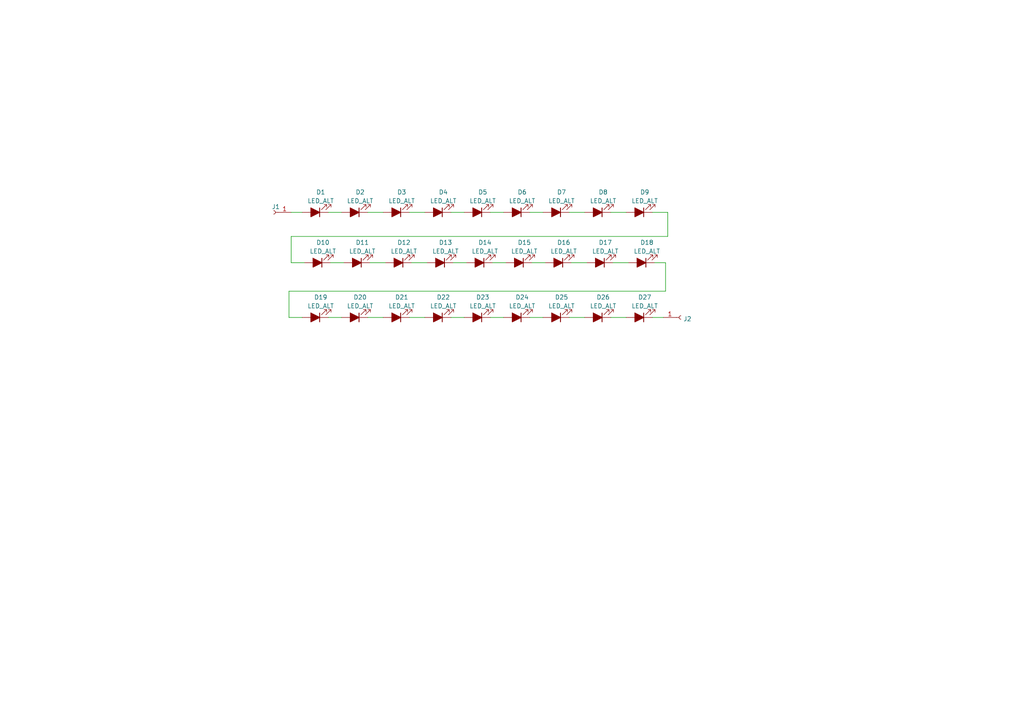
<source format=kicad_sch>
(kicad_sch (version 20211123) (generator eeschema)
  (paper "A4")
  (lib_symbols
    (symbol "Connector:Conn_01x01_Female" (pin_names (offset 1.016) hide)
      (property "Reference" "J" (at 0 2.54 0))
      (property "Value" "Conn_01x01_Female" (at 0 -2.54 0))
      (symbol "Conn_01x01_Female_1_1"
        (polyline (pts (xy -1.27 0) (xy -0.508 0)) (stroke (width 0.1524)))
        (arc (start 0 0.508) (mid -0.508 0) (end 0 -0.508) (stroke (width 0.1524)))
        (pin passive line (at -5.08 0 0) (length 3.81) (name "Pin_1") (number "1"))
      )
    )
    (symbol "Device:LED_ALT" (pin_numbers hide) (pin_names (offset 1.016) hide)
      (property "Reference" "D" (at 0 2.54 0))
      (property "Value" "LED_ALT" (at 0 -2.54 0))
      (symbol "LED_ALT_0_1"
        (polyline (pts (xy -1.27 -1.27) (xy -1.27 1.27)) (stroke (width 0.254)))
        (polyline (pts (xy -1.27 0) (xy 1.27 0)))
        (polyline (pts (xy 1.27 -1.27) (xy 1.27 1.27) (xy -1.27 0) (xy 1.27 -1.27)) (stroke (width 0.254)) (fill (type outline)))
        (polyline (pts (xy -3.048 -0.762) (xy -4.572 -2.286) (xy -3.81 -2.286) (xy -4.572 -2.286) (xy -4.572 -1.524)))
        (polyline (pts (xy -1.778 -0.762) (xy -3.302 -2.286) (xy -2.54 -2.286) (xy -3.302 -2.286) (xy -3.302 -1.524)))
      )
      (symbol "LED_ALT_1_1"
        (pin passive line (at -3.81 0 0) (length 2.54) (name "K") (number "1"))
        (pin passive line (at 3.81 0 180) (length 2.54) (name "A") (number "2"))
      )
    )
  )
  (wire (pts (xy 193.675 68.58) (xy 84.455 68.58)))
  (wire (pts (xy 193.675 61.595) (xy 193.675 68.58)))
  (wire (pts (xy 107.315 76.2) (xy 111.76 76.2)))
  (wire (pts (xy 95.25 61.595) (xy 99.06 61.595)))
  (wire (pts (xy 153.67 61.595) (xy 157.48 61.595)))
  (wire (pts (xy 83.82 92.075) (xy 87.63 92.075)))
  (wire (pts (xy 177.8 76.2) (xy 182.245 76.2)))
  (wire (pts (xy 83.82 84.455) (xy 83.82 92.075)))
  (wire (pts (xy 154.305 76.2) (xy 158.115 76.2)))
  (wire (pts (xy 153.67 92.075) (xy 157.48 92.075)))
  (wire (pts (xy 177.165 92.075) (xy 181.61 92.075)))
  (wire (pts (xy 177.165 61.595) (xy 181.61 61.595)))
  (wire (pts (xy 189.23 61.595) (xy 193.675 61.595)))
  (wire (pts (xy 131.445 76.2) (xy 135.255 76.2)))
  (wire (pts (xy 84.455 61.595) (xy 87.63 61.595)))
  (wire (pts (xy 189.23 92.075) (xy 192.405 92.075)))
  (wire (pts (xy 165.1 92.075) (xy 169.545 92.075)))
  (wire (pts (xy 193.04 76.2) (xy 193.04 84.455)))
  (wire (pts (xy 189.865 76.2) (xy 193.04 76.2)))
  (wire (pts (xy 142.24 92.075) (xy 146.05 92.075)))
  (wire (pts (xy 84.455 76.2) (xy 88.265 76.2)))
  (wire (pts (xy 142.875 76.2) (xy 146.685 76.2)))
  (wire (pts (xy 193.04 84.455) (xy 83.82 84.455)))
  (wire (pts (xy 165.1 61.595) (xy 169.545 61.595)))
  (wire (pts (xy 118.745 61.595) (xy 123.19 61.595)))
  (wire (pts (xy 130.81 92.075) (xy 134.62 92.075)))
  (wire (pts (xy 130.81 61.595) (xy 134.62 61.595)))
  (wire (pts (xy 165.735 76.2) (xy 170.18 76.2)))
  (wire (pts (xy 106.68 61.595) (xy 111.125 61.595)))
  (wire (pts (xy 106.68 92.075) (xy 111.125 92.075)))
  (wire (pts (xy 119.38 76.2) (xy 123.825 76.2)))
  (wire (pts (xy 95.885 76.2) (xy 99.695 76.2)))
  (wire (pts (xy 118.745 92.075) (xy 123.19 92.075)))
  (wire (pts (xy 142.24 61.595) (xy 146.05 61.595)))
  (wire (pts (xy 84.455 68.58) (xy 84.455 76.2)))
  (wire (pts (xy 95.25 92.075) (xy 99.06 92.075)))
  (symbol (lib_id "Device:LED_ALT") (at 173.355 61.595 180) (unit 1)
    (property "Reference" "D8" (at 174.9425 55.7362 0))
    (property "Value" "LED_ALT" (at 174.9425 58.2731 0))
    (property "Footprint" "LED_SMD:LED_PLCC_2835_Handsoldering" (effects hide))
  )
  (symbol (lib_id "Device:LED_ALT") (at 92.075 76.2 180) (unit 1)
    (property "Reference" "D10" (at 93.6625 70.3412 0))
    (property "Value" "LED_ALT" (at 93.6625 72.8781 0))
    (property "Footprint" "LED_SMD:LED_PLCC_2835_Handsoldering" (effects hide))
  )
  (symbol (lib_id "Device:LED_ALT") (at 173.99 76.2 180) (unit 1)
    (property "Reference" "D17" (at 175.5775 70.3412 0))
    (property "Value" "LED_ALT" (at 175.5775 72.8781 0))
    (property "Footprint" "LED_SMD:LED_PLCC_2835_Handsoldering" (effects hide))
  )
  (symbol (lib_id "Device:LED_ALT") (at 185.42 61.595 180) (unit 1)
    (property "Reference" "D9" (at 187.0075 55.7362 0))
    (property "Value" "LED_ALT" (at 187.0075 58.2731 0))
    (property "Footprint" "LED_SMD:LED_PLCC_2835_Handsoldering" (effects hide))
  )
  (symbol (lib_id "Device:LED_ALT") (at 150.495 76.2 180) (unit 1)
    (property "Reference" "D15" (at 152.0825 70.3412 0))
    (property "Value" "LED_ALT" (at 152.0825 72.8781 0))
    (property "Footprint" "LED_SMD:LED_PLCC_2835_Handsoldering" (effects hide))
  )
  (symbol (lib_id "Device:LED_ALT") (at 127.635 76.2 180) (unit 1)
    (property "Reference" "D13" (at 129.2225 70.3412 0))
    (property "Value" "LED_ALT" (at 129.2225 72.8781 0))
    (property "Footprint" "LED_SMD:LED_PLCC_2835_Handsoldering" (effects hide))
  )
  (symbol (lib_id "Device:LED_ALT") (at 161.29 61.595 180) (unit 1)
    (property "Reference" "D7" (at 162.8775 55.7362 0))
    (property "Value" "LED_ALT" (at 162.8775 58.2731 0))
    (property "Footprint" "LED_SMD:LED_PLCC_2835_Handsoldering" (effects hide))
  )
  (symbol (lib_id "Device:LED_ALT") (at 127 92.075 180) (unit 1)
    (property "Reference" "D22" (at 128.5875 86.2162 0))
    (property "Value" "LED_ALT" (at 128.5875 88.7531 0))
    (property "Footprint" "LED_SMD:LED_PLCC_2835_Handsoldering" (effects hide))
  )
  (symbol (lib_id "Connector:Conn_01x01_Female") (at 79.375 61.595 180) (unit 1)
    (property "Reference" "J1" (at 80.01 59.975 0))
    (property "Value" "Conn_01x01_Female" (effects hide))
    (property "Footprint" "Connector_PinHeader_2.54mm:PinHeader_1x01_P2.54mm_Vertical" (effects hide))
  )
  (symbol (lib_id "Device:LED_ALT") (at 173.355 92.075 180) (unit 1)
    (property "Reference" "D26" (at 174.9425 86.2162 0))
    (property "Value" "LED_ALT" (at 174.9425 88.7531 0))
    (property "Footprint" "LED_SMD:LED_PLCC_2835_Handsoldering" (effects hide))
  )
  (symbol (lib_id "Device:LED_ALT") (at 138.43 92.075 180) (unit 1)
    (property "Reference" "D23" (at 140.0175 86.2162 0))
    (property "Value" "LED_ALT" (at 140.0175 88.7531 0))
    (property "Footprint" "LED_SMD:LED_PLCC_2835_Handsoldering" (effects hide))
  )
  (symbol (lib_id "Device:LED_ALT") (at 149.86 61.595 180) (unit 1)
    (property "Reference" "D6" (at 151.4475 55.7362 0))
    (property "Value" "LED_ALT" (at 151.4475 58.2731 0))
    (property "Footprint" "LED_SMD:LED_PLCC_2835_Handsoldering" (effects hide))
  )
  (symbol (lib_id "Device:LED_ALT") (at 186.055 76.2 180) (unit 1)
    (property "Reference" "D18" (at 187.6425 70.3412 0))
    (property "Value" "LED_ALT" (at 187.6425 72.8781 0))
    (property "Footprint" "LED_SMD:LED_PLCC_2835_Handsoldering" (effects hide))
  )
  (symbol (lib_id "Device:LED_ALT") (at 91.44 92.075 180) (unit 1)
    (property "Reference" "D19" (at 93.0275 86.2162 0))
    (property "Value" "LED_ALT" (at 93.0275 88.7531 0))
    (property "Footprint" "LED_SMD:LED_PLCC_2835_Handsoldering" (effects hide))
  )
  (symbol (lib_id "Device:LED_ALT") (at 102.87 92.075 180) (unit 1)
    (property "Reference" "D20" (at 104.4575 86.2162 0))
    (property "Value" "LED_ALT" (at 104.4575 88.7531 0))
    (property "Footprint" "LED_SMD:LED_PLCC_2835_Handsoldering" (effects hide))
  )
  (symbol (lib_id "Device:LED_ALT") (at 103.505 76.2 180) (unit 1)
    (property "Reference" "D11" (at 105.0925 70.3412 0))
    (property "Value" "LED_ALT" (at 105.0925 72.8781 0))
    (property "Footprint" "LED_SMD:LED_PLCC_2835_Handsoldering" (effects hide))
  )
  (symbol (lib_id "Device:LED_ALT") (at 161.925 76.2 180) (unit 1)
    (property "Reference" "D16" (at 163.5125 70.3412 0))
    (property "Value" "LED_ALT" (at 163.5125 72.8781 0))
    (property "Footprint" "LED_SMD:LED_PLCC_2835_Handsoldering" (effects hide))
  )
  (symbol (lib_id "Device:LED_ALT") (at 149.86 92.075 180) (unit 1)
    (property "Reference" "D24" (at 151.4475 86.2162 0))
    (property "Value" "LED_ALT" (at 151.4475 88.7531 0))
    (property "Footprint" "LED_SMD:LED_PLCC_2835_Handsoldering" (effects hide))
  )
  (symbol (lib_id "Device:LED_ALT") (at 114.935 92.075 180) (unit 1)
    (property "Reference" "D21" (at 116.5225 86.2162 0))
    (property "Value" "LED_ALT" (at 116.5225 88.7531 0))
    (property "Footprint" "LED_SMD:LED_PLCC_2835_Handsoldering" (effects hide))
  )
  (symbol (lib_id "Device:LED_ALT") (at 115.57 76.2 180) (unit 1)
    (property "Reference" "D12" (at 117.1575 70.3412 0))
    (property "Value" "LED_ALT" (at 117.1575 72.8781 0))
    (property "Footprint" "LED_SMD:LED_PLCC_2835_Handsoldering" (effects hide))
  )
  (symbol (lib_id "Device:LED_ALT") (at 102.87 61.595 180) (unit 1)
    (property "Reference" "D2" (at 104.4575 55.7362 0))
    (property "Value" "LED_ALT" (at 104.4575 58.2731 0))
    (property "Footprint" "LED_SMD:LED_PLCC_2835_Handsoldering" (effects hide))
  )
  (symbol (lib_id "Device:LED_ALT") (at 91.44 61.595 180) (unit 1)
    (property "Reference" "D1" (at 93.0275 55.7362 0))
    (property "Value" "LED_ALT" (at 93.0275 58.2731 0))
    (property "Footprint" "LED_SMD:LED_PLCC_2835_Handsoldering" (effects hide))
  )
  (symbol (lib_id "Device:LED_ALT") (at 185.42 92.075 180) (unit 1)
    (property "Reference" "D27" (at 187.0075 86.2162 0))
    (property "Value" "LED_ALT" (at 187.0075 88.7531 0))
    (property "Footprint" "LED_SMD:LED_PLCC_2835_Handsoldering" (effects hide))
  )
  (symbol (lib_id "Connector:Conn_01x01_Female") (at 197.485 92.075 0) (unit 1)
    (property "Reference" "J2" (at 198.1962 92.5088 0) (effects (justify left)))
    (property "Value" "Conn_01x01_Female" (effects hide))
    (property "Footprint" "Connector_PinHeader_2.54mm:PinHeader_1x01_P2.54mm_Vertical" (effects hide))
  )
  (symbol (lib_id "Device:LED_ALT") (at 138.43 61.595 180) (unit 1)
    (property "Reference" "D5" (at 140.0175 55.7362 0))
    (property "Value" "LED_ALT" (at 140.0175 58.2731 0))
    (property "Footprint" "LED_SMD:LED_PLCC_2835_Handsoldering" (effects hide))
  )
  (symbol (lib_id "Device:LED_ALT") (at 127 61.595 180) (unit 1)
    (property "Reference" "D4" (at 128.5875 55.7362 0))
    (property "Value" "LED_ALT" (at 128.5875 58.2731 0))
    (property "Footprint" "LED_SMD:LED_PLCC_2835_Handsoldering" (effects hide))
  )
  (symbol (lib_id "Device:LED_ALT") (at 139.065 76.2 180) (unit 1)
    (property "Reference" "D14" (at 140.6525 70.3412 0))
    (property "Value" "LED_ALT" (at 140.6525 72.8781 0))
    (property "Footprint" "LED_SMD:LED_PLCC_2835_Handsoldering" (effects hide))
  )
  (symbol (lib_id "Device:LED_ALT") (at 161.29 92.075 180) (unit 1)
    (property "Reference" "D25" (at 162.8775 86.2162 0))
    (property "Value" "LED_ALT" (at 162.8775 88.7531 0))
    (property "Footprint" "LED_SMD:LED_PLCC_2835_Handsoldering" (effects hide))
  )
  (symbol (lib_id "Device:LED_ALT") (at 114.935 61.595 180) (unit 1)
    (property "Reference" "D3" (at 116.5225 55.7362 0))
    (property "Value" "LED_ALT" (at 116.5225 58.2731 0))
    (property "Footprint" "LED_SMD:LED_PLCC_2835_Handsoldering" (effects hide))
  )
)
</source>
